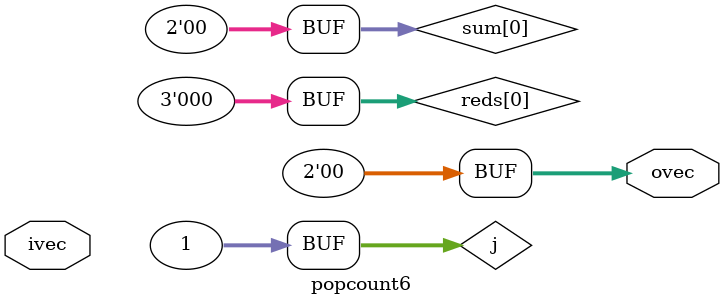
<source format=v>
module nbits2(val,count);
   input[1:0] val;
   output reg[2:0] count;

   always @(val) case(val)
       4'b00: count = 3'b000;
       4'b01: count = 3'b001;
       4'b10: count = 3'b001;
       4'b11: count = 3'b010;
   endcase
endmodule


module nbits3(val,count);
   input[2:0] val;
   output reg[2:0] count;

   always @(val) case(val)
       4'b000: count = 3'b000;
       4'b001: count = 3'b001;
       4'b010: count = 3'b001;
       4'b011: count = 3'b010;
       4'b100: count = 3'b001;
       4'b101: count = 3'b010;
       4'b110: count = 3'b010;
       4'b111: count = 3'b011;
   endcase
endmodule


module nbits4(val,count);
   input[3:0] val;
   output reg[2:0] count;

   always @(val) case(val)
       4'b0000: count = 3'b000;
       4'b0001: count = 3'b001;
       4'b0010: count = 3'b001;
       4'b0011: count = 3'b010;
       4'b0100: count = 3'b001;
       4'b0101: count = 3'b010;
       4'b0110: count = 3'b010;
       4'b0111: count = 3'b011;
       4'b1000: count = 3'b001;
       4'b1001: count = 3'b010;
       4'b1010: count = 3'b010;
       4'b1011: count = 3'b011;
       4'b1100: count = 3'b010;
       4'b1101: count = 3'b011;
       4'b1110: count = 3'b011;
       4'b1111: count = 3'b100;
   endcase
endmodule


module nbits5(val,count);
   input[4:0] val;
   output reg[2:0] count;

   always @(val) case(val)
       5'b00000: count = 3'b000;
       5'b00001: count = 3'b001;
       5'b00010: count = 3'b001;
       5'b00011: count = 3'b010;
       5'b00100: count = 3'b001;
       5'b00101: count = 3'b010;
       5'b00110: count = 3'b010;
       5'b00111: count = 3'b011;
       5'b01000: count = 3'b001;
       5'b01001: count = 3'b010;
       5'b01010: count = 3'b010;
       5'b01011: count = 3'b011;
       5'b01100: count = 3'b010;
       5'b01101: count = 3'b011;
       5'b01110: count = 3'b011;
       5'b01111: count = 3'b100;
       5'b10000: count = 3'b001;
       5'b10001: count = 3'b010;
       5'b10010: count = 3'b010;
       5'b10011: count = 3'b011;
       5'b10100: count = 3'b010;
       5'b10101: count = 3'b011;
       5'b10110: count = 3'b011;
       5'b10111: count = 3'b100;
       5'b11000: count = 3'b010;
       5'b11001: count = 3'b011;
       5'b11010: count = 3'b011;
       5'b11011: count = 3'b100;
       5'b11100: count = 3'b011;
       5'b11101: count = 3'b100;
       5'b11110: count = 3'b100;
       5'b11111: count = 3'b101;
   endcase
endmodule


module nbits6(val,count);
   input[5:0] val;
   output reg[2:0] count;

   always @(val) case(val)
       6'b000000: count = 3'b000;
       6'b000001: count = 3'b001;
       6'b000010: count = 3'b001;
       6'b000011: count = 3'b010;
       6'b000100: count = 3'b001;
       6'b000101: count = 3'b010;
       6'b000110: count = 3'b010;
       6'b000111: count = 3'b011;
       6'b001000: count = 3'b001;
       6'b001001: count = 3'b010;
       6'b001010: count = 3'b010;
       6'b001011: count = 3'b011;
       6'b001100: count = 3'b010;
       6'b001101: count = 3'b011;
       6'b001110: count = 3'b011;
       6'b001111: count = 3'b100;
       6'b010000: count = 3'b001;
       6'b010001: count = 3'b010;
       6'b010010: count = 3'b010;
       6'b010011: count = 3'b011;
       6'b010100: count = 3'b010;
       6'b010101: count = 3'b011;
       6'b010110: count = 3'b011;
       6'b010111: count = 3'b100;
       6'b011000: count = 3'b010;
       6'b011001: count = 3'b011;
       6'b011010: count = 3'b011;
       6'b011011: count = 3'b100;
       6'b011100: count = 3'b011;
       6'b011101: count = 3'b100;
       6'b011110: count = 3'b100;
       6'b011111: count = 3'b101;
       6'b100000: count = 3'b001;
       6'b100001: count = 3'b010;
       6'b100010: count = 3'b010;
       6'b100011: count = 3'b011;
       6'b100100: count = 3'b010;
       6'b100101: count = 3'b011;
       6'b100110: count = 3'b011;
       6'b100111: count = 3'b100;
       6'b101000: count = 3'b010;
       6'b101001: count = 3'b011;
       6'b101010: count = 3'b011;
       6'b101011: count = 3'b100;
       6'b101100: count = 3'b011;
       6'b101101: count = 3'b100;
       6'b101110: count = 3'b100;
       6'b101111: count = 3'b101;
       6'b110000: count = 3'b010;
       6'b110001: count = 3'b011;
       6'b110010: count = 3'b011;
       6'b110011: count = 3'b100;
       6'b110100: count = 3'b011;
       6'b110101: count = 3'b100;
       6'b110110: count = 3'b100;
       6'b110111: count = 3'b101;
       6'b111000: count = 3'b011;
       6'b111001: count = 3'b100;
       6'b111010: count = 3'b100;
       6'b111011: count = 3'b101;
       6'b111100: count = 3'b100;
       6'b111101: count = 3'b101;
       6'b111110: count = 3'b101;
       6'b111111: count = 3'b110;
   endcase
endmodule


module popcount4(ivec,ovec);
   parameter VWIDTH = 0;
   parameter CWIDTH = 0;

   input[VWIDTH-1:0] ivec;
   output[CWIDTH-1:0] ovec;

   wire[2:0] reds[0:VWIDTH/4];

   genvar i;

   generate
   for(i=0; i<VWIDTH/4; i=i+1) begin
      nbits4 nbits4I(ivec[(i*4) +: 4],reds[i]);
   end

   if(VWIDTH%4 == 3) begin
      nbits3 nbits3I(ivec[VWIDTH-1:VWIDTH-3],reds[VWIDTH/4]);
   end

   if(VWIDTH%4 == 2) begin
      nbits2 nbits2I(ivec[VWIDTH-1:VWIDTH-2],reds[VWIDTH/4]);
   end

   if(VWIDTH%4 == 1) begin
      assign reds[VWIDTH/4] = ivec[VWIDTH-1];
   end

   if(VWIDTH%4 == 0) begin
      assign reds[VWIDTH/4] = 0;
   end
   endgenerate

   reg[CWIDTH-1:0] sum[0:VWIDTH/4];
   
   integer j;

   always @* begin
      for(j=0; j<=VWIDTH/4; j=j+1) begin
         if(j == 0)
            sum[j] = reds[j];
         else
            sum[j] = sum[j-1] + reds[j];
      end
   end
   
   assign ovec = sum[VWIDTH/4];
endmodule



module popcount5(ivec,ovec);
   parameter VWIDTH = 0;
   parameter CWIDTH = 0;

   input[VWIDTH-1:0] ivec;
   output[CWIDTH-1:0] ovec;

   wire[2:0] reds[0:VWIDTH/5];

   genvar i;

   generate
   for(i=0; i<VWIDTH/5; i=i+1) begin
      nbits5 nbits5I(ivec[(i*5) +: 5],reds[i]);
   end

   if(VWIDTH%5 == 4) begin
      nbits3 nbits4I(ivec[VWIDTH-1:VWIDTH-4],reds[VWIDTH/5]);
   end

   if(VWIDTH%5 == 3) begin
      nbits3 nbits3I(ivec[VWIDTH-1:VWIDTH-3],reds[VWIDTH/5]);
   end

   if(VWIDTH%5 == 2) begin
      nbits2 nbits2I(ivec[VWIDTH-1:VWIDTH-2],reds[VWIDTH/5]);
   end

   if(VWIDTH%5 == 1) begin
      assign reds[VWIDTH/5] = ivec[VWIDTH-1];
   end

   if(VWIDTH%5 == 0) begin
      assign reds[VWIDTH/5] = 0;
   end
   endgenerate

   reg[CWIDTH-1:0] sum[0:VWIDTH/5];
   
   integer j;

   always @* begin
      for(j=0; j<=VWIDTH/5; j=j+1) begin
         if(j == 0)
            sum[j] = reds[j];
         else
            sum[j] = sum[j-1] + reds[j];
      end
   end
   
   assign ovec = sum[VWIDTH/5];
endmodule


module popcount6(ivec,ovec);
   parameter VWIDTH = 0;
   parameter CWIDTH = 0;

   input[VWIDTH-1:0] ivec;
   output[CWIDTH-1:0] ovec;

   wire[2:0] reds[0:VWIDTH/6];

   genvar i;

   generate
   for(i=0; i<VWIDTH/6; i=i+1) begin
      nbits5 nbits5I(ivec[(i*6) +: 6],reds[i]);
   end

   if(VWIDTH%6 == 5) begin
      nbits3 nbits4I(ivec[VWIDTH-1:VWIDTH-5],reds[VWIDTH/6]);
   end

   if(VWIDTH%6 == 4) begin
      nbits3 nbits4I(ivec[VWIDTH-1:VWIDTH-4],reds[VWIDTH/6]);
   end

   if(VWIDTH%6 == 3) begin
      nbits3 nbits3I(ivec[VWIDTH-1:VWIDTH-3],reds[VWIDTH/6]);
   end

   if(VWIDTH%6 == 2) begin
      nbits2 nbits2I(ivec[VWIDTH-1:VWIDTH-2],reds[VWIDTH/6]);
   end

   if(VWIDTH%6 == 1) begin
      assign reds[VWIDTH/6] = ivec[VWIDTH-1];
   end

   if(VWIDTH%5 == 0) begin
      assign reds[VWIDTH/6] = 0;
   end
   endgenerate

   reg[CWIDTH-1:0] sum[0:VWIDTH/6];
   
   integer j;

   always @* begin
      for(j=0; j<=VWIDTH/6; j=j+1) begin
         if(j == 0)
            sum[j] = reds[j];
         else
            sum[j] = sum[j-1] + reds[j];
      end
   end
   
   assign ovec = sum[VWIDTH/6];
endmodule

</source>
